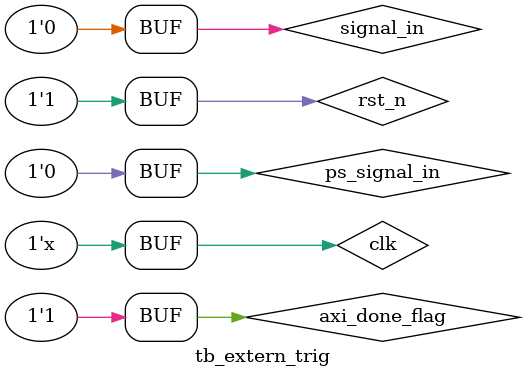
<source format=v>
`timescale 1ns / 1ps


module tb_extern_trig();
reg clk;
reg rst_n;
reg signal_in;
reg ps_signal_in;
reg axi_done_flag;
initial begin
    clk <= 0;
    rst_n <= 0;
    ps_signal_in <= 0;
    signal_in <= 0;
    axi_done_flag <= 0;

    #10
    rst_n <= 1;
    #20
    ps_signal_in <= 1;
    #10
    signal_in <= 1;
    #20
    signal_in <= 0;
    #20
    signal_in <= 1;
    #20
    signal_in <= 0;
    #20
    signal_in <= 1;
    #20
    signal_in <= 0;
    #3000
    ps_signal_in <= 0;
    #100
    axi_done_flag <= 1;

    #200
    axi_done_flag <= 0;
    #20
    ps_signal_in <= 1;
    #10
    signal_in <= 1;
    #20
    signal_in <= 0;
    #20
    signal_in <= 1;
    #20
    signal_in <= 0;
    #20
    signal_in <= 1;
    #20
    signal_in <= 0;
    #3000
    ps_signal_in <= 0;
    #100
    axi_done_flag <= 1;
end

always #5 clk <= ~clk;

extern_trig extern_trig_inst(
    .clk                (clk            ),
    .rst_n              (rst_n          ),
    .signal_in          (signal_in      ),
    .ps_signal_in       (ps_signal_in   ),
    .axi_done_flag      (axi_done_flag  ),

    .signal_out         (),
    .signal_enable      (),
    .fifo_rst           ()
);
endmodule

</source>
